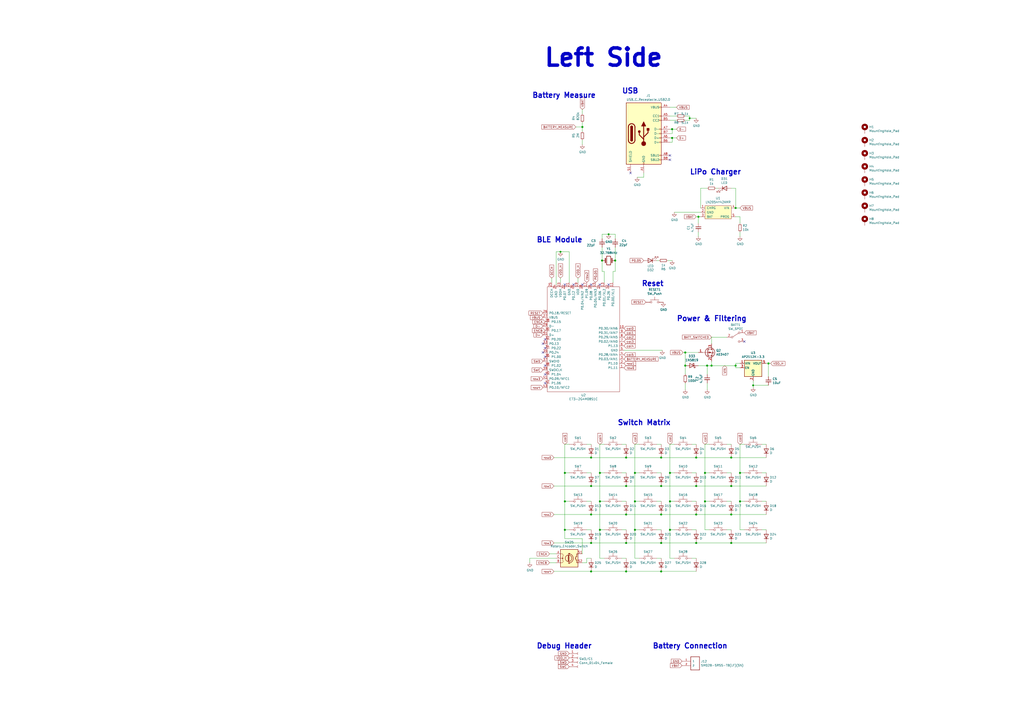
<source format=kicad_sch>
(kicad_sch (version 20201015) (generator eeschema)
  (paper "A2")
  (title_block (title "BlueSof") (date "2020-12-12") (rev "R1"))
  (junction (at 325.12 146.05) (diameter 0.9144))
  (junction (at 327.66 274.32) (diameter 1.016))
  (junction (at 327.66 290.83) (diameter 1.016))
  (junction (at 327.66 307.34) (diameter 1.016))
  (junction (at 337.82 73.66) (diameter 1.016))
  (junction (at 342.9 265.43) (diameter 1.016))
  (junction (at 342.9 281.94) (diameter 1.016))
  (junction (at 342.9 298.45) (diameter 1.016))
  (junction (at 342.9 314.96) (diameter 1.016))
  (junction (at 342.9 331.47) (diameter 1.016))
  (junction (at 347.98 274.32) (diameter 1.016))
  (junction (at 347.98 290.83) (diameter 1.016))
  (junction (at 347.98 307.34) (diameter 1.016))
  (junction (at 349.25 151.13) (diameter 1.016))
  (junction (at 353.06 135.89) (diameter 0.9144))
  (junction (at 356.87 151.13) (diameter 1.016))
  (junction (at 363.22 265.43) (diameter 1.016))
  (junction (at 363.22 281.94) (diameter 1.016))
  (junction (at 363.22 298.45) (diameter 1.016))
  (junction (at 363.22 314.96) (diameter 1.016))
  (junction (at 363.22 331.47) (diameter 1.016))
  (junction (at 368.3 274.32) (diameter 1.016))
  (junction (at 368.3 290.83) (diameter 1.016))
  (junction (at 368.3 307.34) (diameter 1.016))
  (junction (at 383.54 265.43) (diameter 1.016))
  (junction (at 383.54 281.94) (diameter 1.016))
  (junction (at 383.54 298.45) (diameter 1.016))
  (junction (at 383.54 314.96) (diameter 1.016))
  (junction (at 383.54 331.47) (diameter 1.016))
  (junction (at 388.62 274.32) (diameter 1.016))
  (junction (at 388.62 290.83) (diameter 1.016))
  (junction (at 388.62 307.34) (diameter 1.016))
  (junction (at 389.89 74.93) (diameter 1.016))
  (junction (at 389.89 80.01) (diameter 1.016))
  (junction (at 397.51 204.47) (diameter 1.016))
  (junction (at 397.51 212.09) (diameter 1.016))
  (junction (at 400.05 68.58) (diameter 0.9144))
  (junction (at 403.86 265.43) (diameter 1.016))
  (junction (at 403.86 281.94) (diameter 1.016))
  (junction (at 403.86 298.45) (diameter 1.016))
  (junction (at 403.86 314.96) (diameter 1.016))
  (junction (at 405.13 125.73) (diameter 1.016))
  (junction (at 408.94 274.32) (diameter 1.016))
  (junction (at 408.94 290.83) (diameter 1.016))
  (junction (at 410.21 212.09) (diameter 1.016))
  (junction (at 412.75 212.09) (diameter 1.016))
  (junction (at 424.18 265.43) (diameter 1.016))
  (junction (at 424.18 281.94) (diameter 1.016))
  (junction (at 424.18 298.45) (diameter 1.016))
  (junction (at 424.18 314.96) (diameter 1.016))
  (junction (at 426.72 120.65) (diameter 1.016))
  (junction (at 426.72 212.09) (diameter 1.016))
  (junction (at 429.26 274.32) (diameter 1.016))
  (junction (at 429.26 290.83) (diameter 1.016))
  (junction (at 436.88 223.52) (diameter 0.9144))
  (junction (at 445.77 210.82) (diameter 1.016))
  (no_connect (at 314.96 199.39))
  (no_connect (at 314.96 204.47))
  (no_connect (at 316.23 196.85))
  (no_connect (at 316.23 201.93))
  (no_connect (at 316.23 207.01))
  (no_connect (at 316.23 212.09))
  (no_connect (at 316.23 217.17))
  (no_connect (at 316.23 222.25))
  (no_connect (at 327.66 165.1))
  (no_connect (at 332.74 165.1))
  (no_connect (at 337.82 165.1))
  (no_connect (at 342.9 165.1))
  (no_connect (at 347.98 165.1))
  (no_connect (at 353.06 165.1))
  (no_connect (at 365.76 100.33))
  (no_connect (at 388.62 90.17))
  (no_connect (at 388.62 92.71))
  (no_connect (at 431.8 198.12))
  (wire (pts (xy 307.34 323.85) (xy 307.34 326.39)))
  (wire (pts (xy 318.77 321.31) (xy 322.58 321.31)))
  (wire (pts (xy 318.77 326.39) (xy 322.58 326.39)))
  (wire (pts (xy 320.04 163.83) (xy 320.04 161.29)))
  (wire (pts (xy 321.31 331.47) (xy 342.9 331.47)))
  (wire (pts (xy 322.58 146.05) (xy 325.12 146.05)))
  (wire (pts (xy 322.58 165.1) (xy 322.58 146.05)))
  (wire (pts (xy 322.58 323.85) (xy 307.34 323.85)))
  (wire (pts (xy 325.12 146.05) (xy 330.2 146.05)))
  (wire (pts (xy 325.12 163.83) (xy 325.12 161.29)))
  (wire (pts (xy 327.66 257.81) (xy 327.66 274.32)))
  (wire (pts (xy 327.66 257.81) (xy 330.2 257.81)))
  (wire (pts (xy 327.66 274.32) (xy 327.66 290.83)))
  (wire (pts (xy 327.66 274.32) (xy 330.2 274.32)))
  (wire (pts (xy 327.66 290.83) (xy 327.66 307.34)))
  (wire (pts (xy 327.66 290.83) (xy 330.2 290.83)))
  (wire (pts (xy 327.66 307.34) (xy 327.66 312.42)))
  (wire (pts (xy 327.66 307.34) (xy 330.2 307.34)))
  (wire (pts (xy 327.66 312.42) (xy 337.82 312.42)))
  (wire (pts (xy 330.2 163.83) (xy 330.2 146.05)))
  (wire (pts (xy 334.01 73.66) (xy 337.82 73.66)))
  (wire (pts (xy 335.28 163.83) (xy 335.28 161.29)))
  (wire (pts (xy 337.82 63.5) (xy 337.82 66.04)))
  (wire (pts (xy 337.82 71.12) (xy 337.82 73.66)))
  (wire (pts (xy 337.82 73.66) (xy 337.82 76.2)))
  (wire (pts (xy 337.82 81.28) (xy 337.82 83.82)))
  (wire (pts (xy 337.82 312.42) (xy 337.82 321.31)))
  (wire (pts (xy 337.82 326.39) (xy 340.36 326.39)))
  (wire (pts (xy 340.36 257.81) (xy 342.9 257.81)))
  (wire (pts (xy 340.36 274.32) (xy 342.9 274.32)))
  (wire (pts (xy 340.36 290.83) (xy 342.9 290.83)))
  (wire (pts (xy 340.36 307.34) (xy 342.9 307.34)))
  (wire (pts (xy 340.36 323.85) (xy 342.9 323.85)))
  (wire (pts (xy 340.36 326.39) (xy 340.36 323.85)))
  (wire (pts (xy 342.9 265.43) (xy 321.31 265.43)))
  (wire (pts (xy 342.9 281.94) (xy 321.31 281.94)))
  (wire (pts (xy 342.9 298.45) (xy 321.31 298.45)))
  (wire (pts (xy 342.9 314.96) (xy 321.31 314.96)))
  (wire (pts (xy 342.9 331.47) (xy 363.22 331.47)))
  (wire (pts (xy 347.98 257.81) (xy 347.98 274.32)))
  (wire (pts (xy 347.98 257.81) (xy 350.52 257.81)))
  (wire (pts (xy 347.98 274.32) (xy 347.98 290.83)))
  (wire (pts (xy 347.98 274.32) (xy 350.52 274.32)))
  (wire (pts (xy 347.98 290.83) (xy 347.98 307.34)))
  (wire (pts (xy 347.98 290.83) (xy 350.52 290.83)))
  (wire (pts (xy 347.98 307.34) (xy 347.98 323.85)))
  (wire (pts (xy 347.98 307.34) (xy 350.52 307.34)))
  (wire (pts (xy 347.98 323.85) (xy 350.52 323.85)))
  (wire (pts (xy 349.25 135.89) (xy 353.06 135.89)))
  (wire (pts (xy 349.25 138.43) (xy 349.25 135.89)))
  (wire (pts (xy 349.25 151.13) (xy 349.25 143.51)))
  (wire (pts (xy 349.25 157.48) (xy 349.25 151.13)))
  (wire (pts (xy 350.52 157.48) (xy 349.25 157.48)))
  (wire (pts (xy 350.52 163.83) (xy 350.52 157.48)))
  (wire (pts (xy 353.06 135.89) (xy 356.87 135.89)))
  (wire (pts (xy 355.6 157.48) (xy 356.87 157.48)))
  (wire (pts (xy 355.6 163.83) (xy 355.6 157.48)))
  (wire (pts (xy 356.87 135.89) (xy 356.87 138.43)))
  (wire (pts (xy 356.87 143.51) (xy 356.87 151.13)))
  (wire (pts (xy 356.87 157.48) (xy 356.87 151.13)))
  (wire (pts (xy 360.68 257.81) (xy 363.22 257.81)))
  (wire (pts (xy 360.68 274.32) (xy 363.22 274.32)))
  (wire (pts (xy 360.68 290.83) (xy 363.22 290.83)))
  (wire (pts (xy 360.68 307.34) (xy 363.22 307.34)))
  (wire (pts (xy 360.68 323.85) (xy 363.22 323.85)))
  (wire (pts (xy 361.95 203.2) (xy 384.175 203.2)))
  (wire (pts (xy 363.22 265.43) (xy 342.9 265.43)))
  (wire (pts (xy 363.22 265.43) (xy 383.54 265.43)))
  (wire (pts (xy 363.22 281.94) (xy 342.9 281.94)))
  (wire (pts (xy 363.22 281.94) (xy 383.54 281.94)))
  (wire (pts (xy 363.22 298.45) (xy 342.9 298.45)))
  (wire (pts (xy 363.22 298.45) (xy 383.54 298.45)))
  (wire (pts (xy 363.22 314.96) (xy 342.9 314.96)))
  (wire (pts (xy 363.22 314.96) (xy 383.54 314.96)))
  (wire (pts (xy 363.22 331.47) (xy 383.54 331.47)))
  (wire (pts (xy 368.3 257.81) (xy 368.3 274.32)))
  (wire (pts (xy 368.3 257.81) (xy 370.84 257.81)))
  (wire (pts (xy 368.3 274.32) (xy 368.3 290.83)))
  (wire (pts (xy 368.3 274.32) (xy 370.84 274.32)))
  (wire (pts (xy 368.3 290.83) (xy 368.3 307.34)))
  (wire (pts (xy 368.3 290.83) (xy 370.84 290.83)))
  (wire (pts (xy 368.3 307.34) (xy 368.3 323.85)))
  (wire (pts (xy 368.3 307.34) (xy 370.84 307.34)))
  (wire (pts (xy 368.3 323.85) (xy 370.84 323.85)))
  (wire (pts (xy 369.57 102.87) (xy 373.38 102.87)))
  (wire (pts (xy 373.38 102.87) (xy 373.38 100.33)))
  (wire (pts (xy 381 151.13) (xy 382.27 151.13)))
  (wire (pts (xy 381 257.81) (xy 383.54 257.81)))
  (wire (pts (xy 381 274.32) (xy 383.54 274.32)))
  (wire (pts (xy 381 290.83) (xy 383.54 290.83)))
  (wire (pts (xy 381 307.34) (xy 383.54 307.34)))
  (wire (pts (xy 381 323.85) (xy 383.54 323.85)))
  (wire (pts (xy 383.54 265.43) (xy 403.86 265.43)))
  (wire (pts (xy 383.54 281.94) (xy 403.86 281.94)))
  (wire (pts (xy 383.54 298.45) (xy 403.86 298.45)))
  (wire (pts (xy 383.54 314.96) (xy 403.86 314.96)))
  (wire (pts (xy 383.54 331.47) (xy 403.86 331.47)))
  (wire (pts (xy 387.35 151.13) (xy 389.89 151.13)))
  (wire (pts (xy 388.62 74.93) (xy 389.89 74.93)))
  (wire (pts (xy 388.62 77.47) (xy 389.89 77.47)))
  (wire (pts (xy 388.62 80.01) (xy 389.89 80.01)))
  (wire (pts (xy 388.62 82.55) (xy 389.89 82.55)))
  (wire (pts (xy 388.62 257.81) (xy 388.62 274.32)))
  (wire (pts (xy 388.62 257.81) (xy 391.16 257.81)))
  (wire (pts (xy 388.62 274.32) (xy 388.62 290.83)))
  (wire (pts (xy 388.62 274.32) (xy 391.16 274.32)))
  (wire (pts (xy 388.62 290.83) (xy 388.62 307.34)))
  (wire (pts (xy 388.62 290.83) (xy 391.16 290.83)))
  (wire (pts (xy 388.62 307.34) (xy 388.62 323.85)))
  (wire (pts (xy 388.62 307.34) (xy 391.16 307.34)))
  (wire (pts (xy 388.62 323.85) (xy 391.16 323.85)))
  (wire (pts (xy 389.89 74.93) (xy 392.43 74.93)))
  (wire (pts (xy 389.89 77.47) (xy 389.89 74.93)))
  (wire (pts (xy 389.89 80.01) (xy 392.43 80.01)))
  (wire (pts (xy 389.89 82.55) (xy 389.89 80.01)))
  (wire (pts (xy 391.16 123.19) (xy 406.4 123.19)))
  (wire (pts (xy 392.43 62.23) (xy 388.62 62.23)))
  (wire (pts (xy 392.43 67.31) (xy 388.62 67.31)))
  (wire (pts (xy 392.43 69.85) (xy 388.62 69.85)))
  (wire (pts (xy 396.24 204.47) (xy 397.51 204.47)))
  (wire (pts (xy 397.51 67.31) (xy 400.05 67.31)))
  (wire (pts (xy 397.51 69.85) (xy 400.05 69.85)))
  (wire (pts (xy 397.51 204.47) (xy 397.51 212.09)))
  (wire (pts (xy 397.51 204.47) (xy 405.13 204.47)))
  (wire (pts (xy 397.51 217.17) (xy 397.51 212.09)))
  (wire (pts (xy 397.51 222.25) (xy 397.51 226.06)))
  (wire (pts (xy 400.05 67.31) (xy 400.05 68.58)))
  (wire (pts (xy 400.05 68.58) (xy 403.86 68.58)))
  (wire (pts (xy 400.05 69.85) (xy 400.05 68.58)))
  (wire (pts (xy 401.32 257.81) (xy 403.86 257.81)))
  (wire (pts (xy 401.32 274.32) (xy 403.86 274.32)))
  (wire (pts (xy 401.32 290.83) (xy 403.86 290.83)))
  (wire (pts (xy 401.32 307.34) (xy 403.86 307.34)))
  (wire (pts (xy 401.32 323.85) (xy 403.86 323.85)))
  (wire (pts (xy 403.86 281.94) (xy 424.18 281.94)))
  (wire (pts (xy 403.86 298.45) (xy 424.18 298.45)))
  (wire (pts (xy 403.86 314.96) (xy 424.18 314.96)))
  (wire (pts (xy 405.13 125.73) (xy 403.86 125.73)))
  (wire (pts (xy 405.13 125.73) (xy 405.13 129.54)))
  (wire (pts (xy 405.13 134.62) (xy 405.13 137.16)))
  (wire (pts (xy 405.13 212.09) (xy 410.21 212.09)))
  (wire (pts (xy 406.4 109.22) (xy 406.4 120.65)))
  (wire (pts (xy 406.4 125.73) (xy 405.13 125.73)))
  (wire (pts (xy 408.94 257.81) (xy 408.94 274.32)))
  (wire (pts (xy 408.94 257.81) (xy 411.48 257.81)))
  (wire (pts (xy 408.94 274.32) (xy 408.94 290.83)))
  (wire (pts (xy 408.94 274.32) (xy 411.48 274.32)))
  (wire (pts (xy 408.94 290.83) (xy 408.94 307.34)))
  (wire (pts (xy 408.94 290.83) (xy 411.48 290.83)))
  (wire (pts (xy 408.94 307.34) (xy 411.48 307.34)))
  (wire (pts (xy 410.21 109.22) (xy 406.4 109.22)))
  (wire (pts (xy 410.21 212.09) (xy 412.75 212.09)))
  (wire (pts (xy 410.21 217.17) (xy 410.21 212.09)))
  (wire (pts (xy 410.21 222.25) (xy 410.21 226.06)))
  (wire (pts (xy 412.75 195.58) (xy 412.75 199.39)))
  (wire (pts (xy 412.75 209.55) (xy 412.75 212.09)))
  (wire (pts (xy 412.75 212.09) (xy 426.72 212.09)))
  (wire (pts (xy 416.56 109.22) (xy 415.29 109.22)))
  (wire (pts (xy 421.64 195.58) (xy 412.75 195.58)))
  (wire (pts (xy 421.64 257.81) (xy 424.18 257.81)))
  (wire (pts (xy 421.64 274.32) (xy 424.18 274.32)))
  (wire (pts (xy 421.64 290.83) (xy 424.18 290.83)))
  (wire (pts (xy 421.64 307.34) (xy 424.18 307.34)))
  (wire (pts (xy 424.18 265.43) (xy 403.86 265.43)))
  (wire (pts (xy 424.18 265.43) (xy 444.5 265.43)))
  (wire (pts (xy 424.18 281.94) (xy 444.5 281.94)))
  (wire (pts (xy 424.18 298.45) (xy 444.5 298.45)))
  (wire (pts (xy 424.18 314.96) (xy 444.5 314.96)))
  (wire (pts (xy 426.72 109.22) (xy 424.18 109.22)))
  (wire (pts (xy 426.72 120.65) (xy 426.72 109.22)))
  (wire (pts (xy 426.72 125.73) (xy 429.26 125.73)))
  (wire (pts (xy 426.72 210.82) (xy 429.26 210.82)))
  (wire (pts (xy 426.72 212.09) (xy 426.72 210.82)))
  (wire (pts (xy 426.72 213.36) (xy 426.72 212.09)))
  (wire (pts (xy 426.72 213.36) (xy 429.26 213.36)))
  (wire (pts (xy 429.26 120.65) (xy 426.72 120.65)))
  (wire (pts (xy 429.26 125.73) (xy 429.26 129.54)))
  (wire (pts (xy 429.26 134.62) (xy 429.26 137.16)))
  (wire (pts (xy 429.26 257.81) (xy 429.26 274.32)))
  (wire (pts (xy 429.26 257.81) (xy 431.8 257.81)))
  (wire (pts (xy 429.26 274.32) (xy 429.26 290.83)))
  (wire (pts (xy 429.26 274.32) (xy 431.8 274.32)))
  (wire (pts (xy 429.26 290.83) (xy 429.26 307.34)))
  (wire (pts (xy 429.26 290.83) (xy 431.8 290.83)))
  (wire (pts (xy 429.26 307.34) (xy 431.8 307.34)))
  (wire (pts (xy 436.88 220.98) (xy 436.88 223.52)))
  (wire (pts (xy 436.88 223.52) (xy 436.88 224.79)))
  (wire (pts (xy 441.96 257.81) (xy 444.5 257.81)))
  (wire (pts (xy 441.96 274.32) (xy 444.5 274.32)))
  (wire (pts (xy 441.96 290.83) (xy 444.5 290.83)))
  (wire (pts (xy 441.96 307.34) (xy 444.5 307.34)))
  (wire (pts (xy 444.5 210.82) (xy 445.77 210.82)))
  (wire (pts (xy 445.77 210.82) (xy 447.04 210.82)))
  (wire (pts (xy 445.77 218.44) (xy 445.77 210.82)))
  (wire (pts (xy 445.77 223.52) (xy 436.88 223.52)))
  (text "Battery Measure" (at 308.61 57.15 0) (effects (font (size 2.9972 2.9972) (thickness 0.5994) bold) (justify left bottom)))
  (text "BLE Module" (at 311.15 140.97 0) (effects (font (size 2.9972 2.9972) (thickness 0.5994) bold) (justify left bottom)))
  (text "Debug Header" (at 311.15 376.555 0) (effects (font (size 2.9972 2.9972) (thickness 0.5994) bold) (justify left bottom)))
  (text "Left Side" (at 314.96 39.37 0) (effects (font (size 10.008 10.008) (thickness 2.0016) bold) (justify left bottom)))
  (text "Switch Matrix" (at 358.14 247.015 0) (effects (font (size 2.9972 2.9972) (thickness 0.5994) bold) (justify left bottom)))
  (text "USB" (at 360.68 54.61 0) (effects (font (size 2.9972 2.9972) (thickness 0.5994) bold) (justify left bottom)))
  (text "Reset" (at 372.11 166.37 0) (effects (font (size 2.9972 2.9972) (thickness 0.5994) bold) (justify left bottom)))
  (text "Battery Connection" (at 378.46 376.555 0) (effects (font (size 2.9972 2.9972) (thickness 0.5994) bold) (justify left bottom)))
  (text "Power & Filtering" (at 392.43 186.69 0) (effects (font (size 2.9972 2.9972) (thickness 0.5994) bold) (justify left bottom)))
  (text "LiPo Charger" (at 400.05 101.6 0) (effects (font (size 2.9972 2.9972) (thickness 0.5994) bold) (justify left bottom)))
  (global_label "RESET" (shape input) (at 314.96 181.61 180) (property "Intersheet References" "${INTERSHEET_REFS}" (effects hide)))
  (global_label "VBUS" (shape input) (at 314.96 184.15 180) (property "Intersheet References" "${INTERSHEET_REFS}" (effects hide)))
  (global_label "D-" (shape input) (at 314.96 189.23 180) (property "Intersheet References" "${INTERSHEET_REFS}" (effects hide)))
  (global_label "D+" (shape input) (at 314.96 194.31 180) (property "Intersheet References" "${INTERSHEET_REFS}" (effects hide)))
  (global_label "SWD" (shape input) (at 314.96 209.55 180) (property "Intersheet References" "${INTERSHEET_REFS}" (effects hide)))
  (global_label "SWC" (shape input) (at 314.96 214.63 180) (property "Intersheet References" "${INTERSHEET_REFS}" (effects hide)))
  (global_label "row3" (shape input) (at 314.96 219.71 180) (property "Intersheet References" "${INTERSHEET_REFS}" (effects hide)))
  (global_label "row4" (shape input) (at 314.96 224.79 180) (property "Intersheet References" "${INTERSHEET_REFS}" (effects hide)))
  (global_label "ENCA" (shape input) (at 316.23 186.69 180) (property "Intersheet References" "${INTERSHEET_REFS}" (effects hide)))
  (global_label "ENCB" (shape input) (at 316.23 191.77 180) (property "Intersheet References" "${INTERSHEET_REFS}" (effects hide)))
  (global_label "ENCA" (shape input) (at 318.77 321.31 180) (property "Intersheet References" "${INTERSHEET_REFS}" (effects hide)))
  (global_label "ENCB" (shape input) (at 318.77 326.39 180) (property "Intersheet References" "${INTERSHEET_REFS}" (effects hide)))
  (global_label "DCCH" (shape input) (at 320.04 161.29 90) (property "Intersheet References" "${INTERSHEET_REFS}" (effects hide)))
  (global_label "row0" (shape input) (at 321.31 265.43 180) (property "Intersheet References" "${INTERSHEET_REFS}" (effects hide)))
  (global_label "row1" (shape input) (at 321.31 281.94 180) (property "Intersheet References" "${INTERSHEET_REFS}" (effects hide)))
  (global_label "row2" (shape input) (at 321.31 298.45 180) (property "Intersheet References" "${INTERSHEET_REFS}" (effects hide)))
  (global_label "row3" (shape input) (at 321.31 314.96 180) (property "Intersheet References" "${INTERSHEET_REFS}" (effects hide)))
  (global_label "row4" (shape input) (at 321.31 331.47 180) (property "Intersheet References" "${INTERSHEET_REFS}" (effects hide)))
  (global_label "VDD_H" (shape input) (at 325.12 161.29 90) (property "Intersheet References" "${INTERSHEET_REFS}" (effects hide)))
  (global_label "col5" (shape input) (at 327.66 257.81 90) (property "Intersheet References" "${INTERSHEET_REFS}" (effects hide)))
  (global_label "GND" (shape input) (at 330.2 379.095 180) (property "Intersheet References" "${INTERSHEET_REFS}" (effects hide)))
  (global_label "VDD_H" (shape input) (at 330.2 381.635 180) (property "Intersheet References" "${INTERSHEET_REFS}" (effects hide)))
  (global_label "SWD" (shape input) (at 330.2 384.175 180) (property "Intersheet References" "${INTERSHEET_REFS}" (effects hide)))
  (global_label "SWC" (shape input) (at 330.2 386.715 180) (property "Intersheet References" "${INTERSHEET_REFS}" (effects hide)))
  (global_label "BATTERY_MEASURE" (shape input) (at 334.01 73.66 180) (property "Intersheet References" "${INTERSHEET_REFS}" (effects hide)))
  (global_label "VDD_H" (shape input) (at 335.28 161.29 90) (property "Intersheet References" "${INTERSHEET_REFS}" (effects hide)))
  (global_label "VBAT" (shape input) (at 337.82 63.5 90) (property "Intersheet References" "${INTERSHEET_REFS}" (effects hide)))
  (global_label "row2" (shape input) (at 340.36 163.83 90) (property "Intersheet References" "${INTERSHEET_REFS}" (effects hide)))
  (global_label "P0.05" (shape input) (at 345.44 163.83 90) (property "Intersheet References" "${INTERSHEET_REFS}" (effects hide)))
  (global_label "col4" (shape input) (at 347.98 257.81 90) (property "Intersheet References" "${INTERSHEET_REFS}" (effects hide)))
  (global_label "col0" (shape input) (at 361.95 190.5 0) (property "Intersheet References" "${INTERSHEET_REFS}" (effects hide)))
  (global_label "col1" (shape input) (at 361.95 193.04 0) (property "Intersheet References" "${INTERSHEET_REFS}" (effects hide)))
  (global_label "col2" (shape input) (at 361.95 195.58 0) (property "Intersheet References" "${INTERSHEET_REFS}" (effects hide)))
  (global_label "col3" (shape input) (at 361.95 198.12 0) (property "Intersheet References" "${INTERSHEET_REFS}" (effects hide)))
  (global_label "col4" (shape input) (at 361.95 200.66 0) (property "Intersheet References" "${INTERSHEET_REFS}" (effects hide)))
  (global_label "col5" (shape input) (at 361.95 205.74 0) (property "Intersheet References" "${INTERSHEET_REFS}" (effects hide)))
  (global_label "BATTERY_MEASURE" (shape input) (at 361.95 208.28 0) (property "Intersheet References" "${INTERSHEET_REFS}" (effects hide)))
  (global_label "row1" (shape input) (at 361.95 210.82 0) (property "Intersheet References" "${INTERSHEET_REFS}" (effects hide)))
  (global_label "row0" (shape input) (at 361.95 213.36 0) (property "Intersheet References" "${INTERSHEET_REFS}" (effects hide)))
  (global_label "col3" (shape input) (at 368.3 257.81 90) (property "Intersheet References" "${INTERSHEET_REFS}" (effects hide)))
  (global_label "P0.05" (shape input) (at 373.38 151.13 180) (property "Intersheet References" "${INTERSHEET_REFS}" (effects hide)))
  (global_label "RESET" (shape input) (at 374.65 175.26 180) (property "Intersheet References" "${INTERSHEET_REFS}" (effects hide)))
  (global_label "col2" (shape input) (at 388.62 257.81 90) (property "Intersheet References" "${INTERSHEET_REFS}" (effects hide)))
  (global_label "VBUS" (shape input) (at 392.43 62.23 0) (property "Intersheet References" "${INTERSHEET_REFS}" (effects hide)))
  (global_label "D-" (shape input) (at 392.43 74.93 0) (property "Intersheet References" "${INTERSHEET_REFS}" (effects hide)))
  (global_label "D+" (shape input) (at 392.43 80.01 0) (property "Intersheet References" "${INTERSHEET_REFS}" (effects hide)))
  (global_label "GND" (shape input) (at 395.605 383.54 180) (property "Intersheet References" "${INTERSHEET_REFS}" (effects hide)))
  (global_label "VBAT" (shape input) (at 395.605 386.08 180) (property "Intersheet References" "${INTERSHEET_REFS}" (effects hide)))
  (global_label "VBUS" (shape input) (at 396.24 204.47 180) (property "Intersheet References" "${INTERSHEET_REFS}" (effects hide)))
  (global_label "VBAT" (shape input) (at 403.86 125.73 180) (property "Intersheet References" "${INTERSHEET_REFS}" (effects hide)))
  (global_label "col1" (shape input) (at 408.94 257.81 90) (property "Intersheet References" "${INTERSHEET_REFS}" (effects hide)))
  (global_label "BATT_SWITCHED" (shape input) (at 412.75 195.58 180) (property "Intersheet References" "${INTERSHEET_REFS}" (effects hide)))
  (global_label "VIN" (shape input) (at 420.37 212.09 270) (property "Intersheet References" "${INTERSHEET_REFS}" (effects hide)))
  (global_label "VBUS" (shape input) (at 429.26 120.65 0) (property "Intersheet References" "${INTERSHEET_REFS}" (effects hide)))
  (global_label "col0" (shape input) (at 429.26 257.81 90) (property "Intersheet References" "${INTERSHEET_REFS}" (effects hide)))
  (global_label "VBAT" (shape input) (at 431.8 193.04 0) (property "Intersheet References" "${INTERSHEET_REFS}" (effects hide)))
  (global_label "VDD_H" (shape input) (at 447.04 210.82 0) (property "Intersheet References" "${INTERSHEET_REFS}" (effects hide)))
  (symbol (lib_id "power:GND") (at 307.34 326.39 0) (unit 1)
    (property "Reference" "#PWR0103" (effects hide))
    (property "Value" "GND" (at 307.467 330.7842 0))
  )
  (symbol (lib_id "power:GND") (at 325.12 146.05 0) (unit 1)
    (property "Reference" "#PWR0102" (effects hide))
    (property "Value" "GND" (at 325.247 150.4442 0))
  )
  (symbol (lib_id "power:GND") (at 337.82 83.82 0) (unit 1)
    (property "Reference" "#PWR0108" (effects hide))
    (property "Value" "GND" (at 337.947 88.2142 0))
  )
  (symbol (lib_id "power:GND") (at 353.06 135.89 0) (unit 1)
    (property "Reference" "#PWR0116" (effects hide))
    (property "Value" "GND" (at 353.187 140.2842 0))
  )
  (symbol (lib_id "power:GND") (at 369.57 102.87 0) (unit 1)
    (property "Reference" "#PWR0101" (effects hide))
    (property "Value" "GND" (at 369.697 107.2642 0))
  )
  (symbol (lib_id "power:GND") (at 384.175 203.2 0) (unit 1)
    (property "Reference" "#PWR0115" (effects hide))
    (property "Value" "GND" (at 384.302 207.5942 0))
  )
  (symbol (lib_id "power:GND") (at 384.81 175.26 0) (unit 1)
    (property "Reference" "#PWR0114" (effects hide))
    (property "Value" "GND" (at 384.937 179.6542 0))
  )
  (symbol (lib_id "power:GND") (at 389.89 151.13 0) (unit 1)
    (property "Reference" "#PWR0113" (effects hide))
    (property "Value" "GND" (at 390.017 155.5242 0))
  )
  (symbol (lib_id "power:GND") (at 391.16 123.19 0) (unit 1)
    (property "Reference" "#PWR0104" (effects hide))
    (property "Value" "GND" (at 391.287 127.5842 0))
  )
  (symbol (lib_id "power:GND") (at 397.51 226.06 0) (unit 1)
    (property "Reference" "#PWR0111" (effects hide))
    (property "Value" "GND" (at 397.637 230.4542 0))
  )
  (symbol (lib_id "power:GND") (at 403.86 68.58 0) (unit 1)
    (property "Reference" "#PWR0109" (effects hide))
    (property "Value" "GND" (at 403.987 72.9742 0))
  )
  (symbol (lib_id "power:GND") (at 405.13 137.16 0) (unit 1)
    (property "Reference" "#PWR0105" (effects hide))
    (property "Value" "GND" (at 405.257 141.5542 0))
  )
  (symbol (lib_id "power:GND") (at 410.21 226.06 0) (unit 1)
    (property "Reference" "#PWR0112" (effects hide))
    (property "Value" "GND" (at 410.337 230.4542 0))
  )
  (symbol (lib_id "power:GND") (at 429.26 137.16 0) (unit 1)
    (property "Reference" "#PWR0106" (effects hide))
    (property "Value" "GND" (at 429.387 141.5542 0))
  )
  (symbol (lib_id "power:GND") (at 436.88 224.79 0) (unit 1)
    (property "Reference" "#PWR0110" (effects hide))
    (property "Value" "GND" (at 437.007 229.1842 0))
  )
  (symbol (lib_id "Device:R_Small") (at 337.82 68.58 0) (unit 1)
    (property "Reference" "R4" (at 332.74 69.85 90) (effects (justify left)))
    (property "Value" "820k" (at 335.28 69.85 90) (effects (justify left)))
    (property "Footprint" "Resistor_SMD:R_0603_1608Metric_Pad0.98x0.95mm_HandSolder" (effects hide))
    (property "LCSC_PN" "C23252" (effects hide))
  )
  (symbol (lib_id "Device:R_Small") (at 337.82 78.74 0) (unit 1)
    (property "Reference" "R5" (at 332.74 80.01 90) (effects (justify left)))
    (property "Value" "2M" (at 335.28 80.01 90) (effects (justify left)))
    (property "Footprint" "Resistor_SMD:R_0603_1608Metric_Pad0.98x0.95mm_HandSolder" (effects hide))
    (property "LCSC_PN" "C177282" (effects hide))
  )
  (symbol (lib_id "Device:R_Small") (at 384.81 151.13 90) (unit 1)
    (property "Reference" "R6" (at 384.81 156.1084 90))
    (property "Value" "1k" (at 384.81 153.797 90))
    (property "Footprint" "Resistor_SMD:R_0603_1608Metric_Pad0.98x0.95mm_HandSolder" (effects hide))
    (property "LCSC_PN" "C22548" (effects hide))
  )
  (symbol (lib_id "Device:R_Small") (at 394.97 67.31 90) (unit 1)
    (property "Reference" "R7" (at 393.7 66.04 90) (effects (justify left)))
    (property "Value" "5.1k" (at 399.415 66.04 90) (effects (justify left)))
    (property "Footprint" "Resistor_SMD:R_0603_1608Metric_Pad0.98x0.95mm_HandSolder" (effects hide))
    (property "LCSC_PN" "C105580" (effects hide))
  )
  (symbol (lib_id "Device:R_Small") (at 394.97 69.85 90) (unit 1)
    (property "Reference" "R8" (at 393.7 71.12 90) (effects (justify left)))
    (property "Value" "5.1k" (at 399.415 71.12 90) (effects (justify left)))
    (property "Footprint" "Resistor_SMD:R_0603_1608Metric_Pad0.98x0.95mm_HandSolder" (effects hide))
    (property "LCSC_PN" "C105580" (effects hide))
  )
  (symbol (lib_id "Device:R_Small") (at 397.51 219.71 0) (unit 1)
    (property "Reference" "R9" (at 399.0086 218.5416 0) (effects (justify left)))
    (property "Value" "100k" (at 399.0086 220.853 0) (effects (justify left)))
    (property "Footprint" "Resistor_SMD:R_0603_1608Metric_Pad0.98x0.95mm_HandSolder" (effects hide))
    (property "LCSC_PN" "C14675" (effects hide))
  )
  (symbol (lib_id "Device:R_Small") (at 412.75 109.22 270) (unit 1)
    (property "Reference" "R1" (at 412.75 104.2416 90))
    (property "Value" "1k" (at 412.75 106.553 90))
    (property "Footprint" "Resistor_SMD:R_0603_1608Metric_Pad0.98x0.95mm_HandSolder" (effects hide))
    (property "LCSC_PN" "C22548" (effects hide))
  )
  (symbol (lib_id "Device:R_Small") (at 429.26 132.08 0) (unit 1)
    (property "Reference" "R2" (at 430.7586 130.9116 0) (effects (justify left)))
    (property "Value" "10k" (at 430.7586 133.223 0) (effects (justify left)))
    (property "Footprint" "Resistor_SMD:R_0603_1608Metric_Pad0.98x0.95mm_HandSolder" (effects hide))
    (property "LCSC_PN" "C98220" (effects hide))
  )
  (symbol (lib_id "Device:C_Small") (at 349.25 140.97 0) (unit 1)
    (property "Reference" "C3" (at 342.9 139.7 0) (effects (justify left)))
    (property "Value" "22pF" (at 340.36 142.24 0) (effects (justify left)))
    (property "Footprint" "Capacitor_SMD:C_0603_1608Metric_Pad1.08x0.95mm_HandSolder" (effects hide))
    (property "LCSC_PN" "C1653" (effects hide))
  )
  (symbol (lib_id "Device:C_Small") (at 356.87 140.97 0) (unit 1)
    (property "Reference" "C4" (at 360.68 139.7 0) (effects (justify left)))
    (property "Value" "22pF" (at 359.2068 142.113 0) (effects (justify left)))
    (property "Footprint" "Capacitor_SMD:C_0603_1608Metric_Pad1.08x0.95mm_HandSolder" (effects hide))
    (property "LCSC_PN" "C1653" (effects hide))
  )
  (symbol (lib_id "Device:C_Small") (at 405.13 132.08 0) (unit 1)
    (property "Reference" "C1" (at 399.3134 132.08 90))
    (property "Value" "4.7uF" (at 401.6248 132.08 90))
    (property "Footprint" "Capacitor_SMD:C_0603_1608Metric_Pad1.08x0.95mm_HandSolder" (effects hide))
    (property "LCSC_PN" "C19666" (effects hide))
  )
  (symbol (lib_id "Device:C_Small") (at 410.21 219.71 0) (unit 1)
    (property "Reference" "C2" (at 404.3934 219.71 90))
    (property "Value" "4.7uF" (at 406.7048 219.71 90))
    (property "Footprint" "Capacitor_SMD:C_0603_1608Metric_Pad1.08x0.95mm_HandSolder" (effects hide))
    (property "LCSC_PN" "C19666" (effects hide))
  )
  (symbol (lib_id "Device:C_Small") (at 445.77 220.98 0) (unit 1)
    (property "Reference" "C5" (at 448.1068 219.8116 0) (effects (justify left)))
    (property "Value" "10uF" (at 448.1068 222.123 0) (effects (justify left)))
    (property "Footprint" "Capacitor_SMD:C_0603_1608Metric_Pad1.08x0.95mm_HandSolder" (effects hide))
    (property "LCSC_PN" "C87152" (effects hide))
  )
  (symbol (lib_id "Mechanical:MountingHole_Pad") (at 501.65 74.93 0) (unit 1)
    (property "Reference" "H1" (at 504.1901 73.6536 0) (effects (justify left)))
    (property "Value" "MountingHole_Pad" (at 504.1901 75.9523 0) (effects (justify left)))
    (property "Footprint" "MountingHole:MountingHole_4.3mm_M4" (effects hide))
  )
  (symbol (lib_id "Mechanical:MountingHole_Pad") (at 501.65 82.55 0) (unit 1)
    (property "Reference" "H2" (at 504.1901 81.2736 0) (effects (justify left)))
    (property "Value" "MountingHole_Pad" (at 504.1901 83.5723 0) (effects (justify left)))
    (property "Footprint" "MountingHole:MountingHole_4.3mm_M4" (effects hide))
  )
  (symbol (lib_id "Mechanical:MountingHole_Pad") (at 501.65 90.17 0) (unit 1)
    (property "Reference" "H3" (at 504.19 88.894 0) (effects (justify left)))
    (property "Value" "MountingHole_Pad" (at 504.1901 91.1923 0) (effects (justify left)))
    (property "Footprint" "MountingHole:MountingHole_4.3mm_M4" (effects hide))
  )
  (symbol (lib_id "Mechanical:MountingHole_Pad") (at 501.65 97.79 0) (unit 1)
    (property "Reference" "H4" (at 504.19 96.514 0) (effects (justify left)))
    (property "Value" "MountingHole_Pad" (at 504.1901 98.8123 0) (effects (justify left)))
    (property "Footprint" "MountingHole:MountingHole_4.3mm_M4" (effects hide))
  )
  (symbol (lib_id "Mechanical:MountingHole_Pad") (at 501.65 105.41 0) (unit 1)
    (property "Reference" "H5" (at 504.19 104.134 0) (effects (justify left)))
    (property "Value" "MountingHole_Pad" (at 504.1901 106.4323 0) (effects (justify left)))
    (property "Footprint" "MountingHole:MountingHole_4.3mm_M4" (effects hide))
  )
  (symbol (lib_id "Mechanical:MountingHole_Pad") (at 501.65 113.03 0) (unit 1)
    (property "Reference" "H6" (at 504.19 111.754 0) (effects (justify left)))
    (property "Value" "MountingHole_Pad" (at 504.1901 114.0523 0) (effects (justify left)))
    (property "Footprint" "MountingHole:MountingHole_4.3mm_M4" (effects hide))
  )
  (symbol (lib_id "Mechanical:MountingHole_Pad") (at 501.65 120.65 0) (unit 1)
    (property "Reference" "H7" (at 504.19 119.374 0) (effects (justify left)))
    (property "Value" "MountingHole_Pad" (at 504.1901 121.6723 0) (effects (justify left)))
    (property "Footprint" "MountingHole:MountingHole_4.3mm_M4" (effects hide))
  )
  (symbol (lib_id "Mechanical:MountingHole_Pad") (at 501.65 128.27 0) (unit 1)
    (property "Reference" "H8" (at 504.19 126.994 0) (effects (justify left)))
    (property "Value" "MountingHole_Pad" (at 504.1901 129.2923 0) (effects (justify left)))
    (property "Footprint" "MountingHole:MountingHole_4.3mm_M4" (effects hide))
  )
  (symbol (lib_id "Diode:1N4148") (at 342.9 261.62 90) (unit 1)
    (property "Reference" "D1" (at 344.9066 260.4516 90) (effects (justify right)))
    (property "Value" "D" (at 344.9066 262.763 90) (effects (justify right)))
    (property "Footprint" "Diode_SMD:D_SOD-123" (effects hide))
    (property "LCSC_PN" "C402213" (effects hide))
  )
  (symbol (lib_id "Diode:1N4148") (at 342.9 278.13 90) (unit 1)
    (property "Reference" "D7" (at 344.9066 276.9616 90) (effects (justify right)))
    (property "Value" "D" (at 344.9066 279.273 90) (effects (justify right)))
    (property "Footprint" "Diode_SMD:D_SOD-123" (effects hide))
    (property "LCSC_PN" "C402213" (effects hide))
  )
  (symbol (lib_id "Diode:1N4148") (at 342.9 294.64 90) (unit 1)
    (property "Reference" "D13" (at 344.9066 293.4716 90) (effects (justify right)))
    (property "Value" "D" (at 344.9066 295.783 90) (effects (justify right)))
    (property "Footprint" "Diode_SMD:D_SOD-123" (effects hide))
    (property "LCSC_PN" "C402213" (effects hide))
  )
  (symbol (lib_id "Diode:1N4148") (at 342.9 311.15 90) (unit 1)
    (property "Reference" "D19" (at 344.9066 309.9816 90) (effects (justify right)))
    (property "Value" "D" (at 344.9066 312.293 90) (effects (justify right)))
    (property "Footprint" "Diode_SMD:D_SOD-123" (effects hide))
    (property "LCSC_PN" "C402213" (effects hide))
  )
  (symbol (lib_id "Diode:1N4148") (at 342.9 327.66 90) (unit 1)
    (property "Reference" "D25" (at 344.9066 326.4916 90) (effects (justify right)))
    (property "Value" "D" (at 344.9066 328.803 90) (effects (justify right)))
    (property "Footprint" "Diode_SMD:D_SOD-123" (effects hide))
    (property "LCSC_PN" "C402213" (effects hide))
  )
  (symbol (lib_id "Diode:1N4148") (at 363.22 261.62 90) (unit 1)
    (property "Reference" "D2" (at 365.2266 260.4516 90) (effects (justify right)))
    (property "Value" "D" (at 365.2266 262.763 90) (effects (justify right)))
    (property "Footprint" "Diode_SMD:D_SOD-123" (effects hide))
    (property "LCSC_PN" "C402213" (effects hide))
  )
  (symbol (lib_id "Diode:1N4148") (at 363.22 278.13 90) (unit 1)
    (property "Reference" "D8" (at 365.2266 276.9616 90) (effects (justify right)))
    (property "Value" "D" (at 365.2266 279.273 90) (effects (justify right)))
    (property "Footprint" "Diode_SMD:D_SOD-123" (effects hide))
    (property "LCSC_PN" "C402213" (effects hide))
  )
  (symbol (lib_id "Diode:1N4148") (at 363.22 294.64 90) (unit 1)
    (property "Reference" "D14" (at 365.2266 293.4716 90) (effects (justify right)))
    (property "Value" "D" (at 365.2266 295.783 90) (effects (justify right)))
    (property "Footprint" "Diode_SMD:D_SOD-123" (effects hide))
    (property "LCSC_PN" "C402213" (effects hide))
  )
  (symbol (lib_id "Diode:1N4148") (at 363.22 311.15 90) (unit 1)
    (property "Reference" "D20" (at 365.2266 309.9816 90) (effects (justify right)))
    (property "Value" "D" (at 365.2266 312.293 90) (effects (justify right)))
    (property "Footprint" "Diode_SMD:D_SOD-123" (effects hide))
    (property "LCSC_PN" "C402213" (effects hide))
  )
  (symbol (lib_id "Diode:1N4148") (at 363.22 327.66 90) (unit 1)
    (property "Reference" "D26" (at 365.2266 326.4916 90) (effects (justify right)))
    (property "Value" "D" (at 365.2266 328.803 90) (effects (justify right)))
    (property "Footprint" "Diode_SMD:D_SOD-123" (effects hide))
    (property "LCSC_PN" "C402213" (effects hide))
  )
  (symbol (lib_id "Diode:1N4148") (at 383.54 261.62 90) (unit 1)
    (property "Reference" "D3" (at 385.5466 260.4516 90) (effects (justify right)))
    (property "Value" "D" (at 385.5466 262.763 90) (effects (justify right)))
    (property "Footprint" "Diode_SMD:D_SOD-123" (effects hide))
    (property "LCSC_PN" "C402213" (effects hide))
  )
  (symbol (lib_id "Diode:1N4148") (at 383.54 278.13 90) (unit 1)
    (property "Reference" "D9" (at 385.5466 276.9616 90) (effects (justify right)))
    (property "Value" "D" (at 385.5466 279.273 90) (effects (justify right)))
    (property "Footprint" "Diode_SMD:D_SOD-123" (effects hide))
    (property "LCSC_PN" "C402213" (effects hide))
  )
  (symbol (lib_id "Diode:1N4148") (at 383.54 294.64 90) (unit 1)
    (property "Reference" "D15" (at 385.5466 293.4716 90) (effects (justify right)))
    (property "Value" "D" (at 385.5466 295.783 90) (effects (justify right)))
    (property "Footprint" "Diode_SMD:D_SOD-123" (effects hide))
    (property "LCSC_PN" "C402213" (effects hide))
  )
  (symbol (lib_id "Diode:1N4148") (at 383.54 311.15 90) (unit 1)
    (property "Reference" "D21" (at 385.5466 309.9816 90) (effects (justify right)))
    (property "Value" "D" (at 385.5466 312.293 90) (effects (justify right)))
    (property "Footprint" "Diode_SMD:D_SOD-123" (effects hide))
    (property "LCSC_PN" "C402213" (effects hide))
  )
  (symbol (lib_id "Diode:1N4148") (at 383.54 327.66 90) (unit 1)
    (property "Reference" "D27" (at 385.5466 326.4916 90) (effects (justify right)))
    (property "Value" "D" (at 385.5466 328.803 90) (effects (justify right)))
    (property "Footprint" "Diode_SMD:D_SOD-123" (effects hide))
    (property "LCSC_PN" "C402213" (effects hide))
  )
  (symbol (lib_id "Diode:1N5819") (at 401.32 212.09 180) (unit 1)
    (property "Reference" "D33" (at 401.32 206.5782 0))
    (property "Value" "1N5819" (at 401.32 208.8896 0))
    (property "Footprint" "Diode_SMD:D_SOD-323_HandSoldering" (effects hide))
    (property "Datasheet" "http://www.vishay.com/docs/88525/1n5817.pdf" (effects hide))
    (property "LCSC_PN" "C489147" (effects hide))
  )
  (symbol (lib_id "Diode:1N4148") (at 403.86 261.62 90) (unit 1)
    (property "Reference" "D4" (at 405.8666 260.4516 90) (effects (justify right)))
    (property "Value" "D" (at 405.8666 262.763 90) (effects (justify right)))
    (property "Footprint" "Diode_SMD:D_SOD-123" (effects hide))
    (property "LCSC_PN" "C402213" (effects hide))
  )
  (symbol (lib_id "Diode:1N4148") (at 403.86 278.13 90) (unit 1)
    (property "Reference" "D10" (at 405.8666 276.9616 90) (effects (justify right)))
    (property "Value" "D" (at 405.8666 279.273 90) (effects (justify right)))
    (property "Footprint" "Diode_SMD:D_SOD-123" (effects hide))
    (property "LCSC_PN" "C402213" (effects hide))
  )
  (symbol (lib_id "Diode:1N4148") (at 403.86 294.64 90) (unit 1)
    (property "Reference" "D16" (at 405.8666 293.4716 90) (effects (justify right)))
    (property "Value" "D" (at 405.8666 295.783 90) (effects (justify right)))
    (property "Footprint" "Diode_SMD:D_SOD-123" (effects hide))
    (property "LCSC_PN" "C402213" (effects hide))
  )
  (symbol (lib_id "Diode:1N4148") (at 403.86 311.15 90) (unit 1)
    (property "Reference" "D22" (at 405.8666 309.9816 90) (effects (justify right)))
    (property "Value" "D" (at 405.8666 312.293 90) (effects (justify right)))
    (property "Footprint" "Diode_SMD:D_SOD-123" (effects hide))
    (property "LCSC_PN" "C402213" (effects hide))
  )
  (symbol (lib_id "Diode:1N4148") (at 403.86 327.66 90) (unit 1)
    (property "Reference" "D28" (at 405.8666 326.4916 90) (effects (justify right)))
    (property "Value" "D" (at 405.8666 328.803 90) (effects (justify right)))
    (property "Footprint" "Diode_SMD:D_SOD-123" (effects hide))
    (property "LCSC_PN" "C402213" (effects hide))
  )
  (symbol (lib_id "Diode:1N4148") (at 424.18 261.62 90) (unit 1)
    (property "Reference" "D5" (at 426.1866 260.4516 90) (effects (justify right)))
    (property "Value" "D" (at 426.1866 262.763 90) (effects (justify right)))
    (property "Footprint" "Diode_SMD:D_SOD-123" (effects hide))
    (property "LCSC_PN" "C402213" (effects hide))
  )
  (symbol (lib_id "Diode:1N4148") (at 424.18 278.13 90) (unit 1)
    (property "Reference" "D11" (at 426.1866 276.9616 90) (effects (justify right)))
    (property "Value" "D" (at 426.1866 279.273 90) (effects (justify right)))
    (property "Footprint" "Diode_SMD:D_SOD-123" (effects hide))
    (property "LCSC_PN" "C402213" (effects hide))
  )
  (symbol (lib_id "Diode:1N4148") (at 424.18 294.64 90) (unit 1)
    (property "Reference" "D17" (at 426.1866 293.4716 90) (effects (justify right)))
    (property "Value" "D" (at 426.1866 295.783 90) (effects (justify right)))
    (property "Footprint" "Diode_SMD:D_SOD-123" (effects hide))
    (property "LCSC_PN" "C402213" (effects hide))
  )
  (symbol (lib_id "Diode:1N4148") (at 424.18 311.15 90) (unit 1)
    (property "Reference" "D23" (at 426.1866 309.9816 90) (effects (justify right)))
    (property "Value" "D" (at 426.1866 312.293 90) (effects (justify right)))
    (property "Footprint" "Diode_SMD:D_SOD-123" (effects hide))
    (property "LCSC_PN" "C402213" (effects hide))
  )
  (symbol (lib_id "Diode:1N4148") (at 444.5 261.62 90) (unit 1)
    (property "Reference" "D6" (at 446.5066 260.4516 90) (effects (justify right)))
    (property "Value" "D" (at 446.5066 262.763 90) (effects (justify right)))
    (property "Footprint" "Diode_SMD:D_SOD-123" (effects hide))
    (property "LCSC_PN" "C402213" (effects hide))
  )
  (symbol (lib_id "Diode:1N4148") (at 444.5 278.13 90) (unit 1)
    (property "Reference" "D12" (at 446.5066 276.9616 90) (effects (justify right)))
    (property "Value" "D" (at 446.5066 279.273 90) (effects (justify right)))
    (property "Footprint" "Diode_SMD:D_SOD-123" (effects hide))
    (property "LCSC_PN" "C402213" (effects hide))
  )
  (symbol (lib_id "Diode:1N4148") (at 444.5 294.64 90) (unit 1)
    (property "Reference" "D18" (at 446.5066 293.4716 90) (effects (justify right)))
    (property "Value" "D" (at 446.5066 295.783 90) (effects (justify right)))
    (property "Footprint" "Diode_SMD:D_SOD-123" (effects hide))
    (property "LCSC_PN" "C402213" (effects hide))
  )
  (symbol (lib_id "Diode:1N4148") (at 444.5 311.15 90) (unit 1)
    (property "Reference" "D24" (at 446.5066 309.9816 90) (effects (justify right)))
    (property "Value" "D" (at 446.5066 312.293 90) (effects (justify right)))
    (property "Footprint" "Diode_SMD:D_SOD-123" (effects hide))
    (property "LCSC_PN" "C402213" (effects hide))
  )
  (symbol (lib_id "Device:LED") (at 377.19 151.13 180) (unit 1)
    (property "Reference" "D32" (at 377.3678 156.6418 0))
    (property "Value" "LED" (at 377.3678 154.3304 0))
    (property "Footprint" "LED_SMD:LED_0603_1608Metric_Pad1.05x0.95mm_HandSolder" (effects hide))
  )
  (symbol (lib_id "Device:LED") (at 420.37 109.22 0) (unit 1)
    (property "Reference" "D31" (at 420.1922 103.7082 0))
    (property "Value" "LED" (at 420.1922 106.0196 0))
    (property "Footprint" "LED_SMD:LED_0603_1608Metric_Pad1.05x0.95mm_HandSolder" (effects hide))
  )
  (symbol (lib_id "Switch:SW_Push") (at 335.28 257.81 0) (unit 1)
    (property "Reference" "SW1" (at 335.28 254 0))
    (property "Value" "SW_PUSH" (at 335.28 260.35 0))
    (property "Footprint" "BlueSof:KailhLowProfile" (effects hide))
  )
  (symbol (lib_id "Switch:SW_Push") (at 335.28 274.32 0) (unit 1)
    (property "Reference" "SW7" (at 335.28 270.51 0))
    (property "Value" "SW_PUSH" (at 335.28 276.86 0))
    (property "Footprint" "BlueSof:KailhLowProfile" (effects hide))
  )
  (symbol (lib_id "Switch:SW_Push") (at 335.28 290.83 0) (unit 1)
    (property "Reference" "SW13" (at 335.28 287.02 0))
    (property "Value" "SW_PUSH" (at 335.28 293.37 0))
    (property "Footprint" "BlueSof:KailhLowProfile" (effects hide))
  )
  (symbol (lib_id "Switch:SW_Push") (at 335.28 307.34 0) (unit 1)
    (property "Reference" "SW19" (at 335.28 303.53 0))
    (property "Value" "SW_PUSH" (at 335.28 309.88 0))
    (property "Footprint" "BlueSof:KailhLowProfile" (effects hide))
  )
  (symbol (lib_id "Switch:SW_Push") (at 355.6 257.81 0) (unit 1)
    (property "Reference" "SW2" (at 355.6 254 0))
    (property "Value" "SW_PUSH" (at 355.6 260.35 0))
    (property "Footprint" "BlueSof:KailhLowProfile" (effects hide))
  )
  (symbol (lib_id "Switch:SW_Push") (at 355.6 274.32 0) (unit 1)
    (property "Reference" "SW8" (at 355.6 270.51 0))
    (property "Value" "SW_PUSH" (at 355.6 276.86 0))
    (property "Footprint" "BlueSof:KailhLowProfile" (effects hide))
  )
  (symbol (lib_id "Switch:SW_Push") (at 355.6 290.83 0) (unit 1)
    (property "Reference" "SW14" (at 355.6 287.02 0))
    (property "Value" "SW_PUSH" (at 355.6 293.37 0))
    (property "Footprint" "BlueSof:KailhLowProfile" (effects hide))
  )
  (symbol (lib_id "Switch:SW_Push") (at 355.6 307.34 0) (unit 1)
    (property "Reference" "SW20" (at 355.6 303.53 0))
    (property "Value" "SW_PUSH" (at 355.6 309.88 0))
    (property "Footprint" "BlueSof:KailhLowProfile" (effects hide))
  )
  (symbol (lib_id "Switch:SW_Push") (at 355.6 323.85 0) (unit 1)
    (property "Reference" "SW26" (at 355.6 320.04 0))
    (property "Value" "SW_PUSH" (at 355.6 326.39 0))
    (property "Footprint" "BlueSof:KailhLowProfile_1.5U" (effects hide))
  )
  (symbol (lib_id "Switch:SW_Push") (at 375.92 257.81 0) (unit 1)
    (property "Reference" "SW3" (at 375.92 254 0))
    (property "Value" "SW_PUSH" (at 375.92 260.35 0))
    (property "Footprint" "BlueSof:KailhLowProfile" (effects hide))
  )
  (symbol (lib_id "Switch:SW_Push") (at 375.92 274.32 0) (unit 1)
    (property "Reference" "SW9" (at 375.92 270.51 0))
    (property "Value" "SW_PUSH" (at 375.92 276.86 0))
    (property "Footprint" "BlueSof:KailhLowProfile" (effects hide))
  )
  (symbol (lib_id "Switch:SW_Push") (at 375.92 290.83 0) (unit 1)
    (property "Reference" "SW15" (at 375.92 287.02 0))
    (property "Value" "SW_PUSH" (at 375.92 293.37 0))
    (property "Footprint" "BlueSof:KailhLowProfile" (effects hide))
  )
  (symbol (lib_id "Switch:SW_Push") (at 375.92 307.34 0) (unit 1)
    (property "Reference" "SW21" (at 375.92 303.53 0))
    (property "Value" "SW_PUSH" (at 375.92 309.88 0))
    (property "Footprint" "BlueSof:KailhLowProfile" (effects hide))
  )
  (symbol (lib_id "Switch:SW_Push") (at 375.92 323.85 0) (unit 1)
    (property "Reference" "SW27" (at 375.92 320.04 0))
    (property "Value" "SW_PUSH" (at 375.92 326.39 0))
    (property "Footprint" "BlueSof:KailhLowProfile" (effects hide))
  )
  (symbol (lib_id "Switch:SW_Push") (at 379.73 175.26 0) (unit 1)
    (property "Reference" "RESET1" (at 379.73 168.021 0))
    (property "Value" "SW_Push" (at 379.73 170.3324 0))
    (property "Footprint" "Button_Switch_SMD:SW_SPST_B3U-1000P" (effects hide))
    (property "LCSC_PN" "C231329" (effects hide))
  )
  (symbol (lib_id "Switch:SW_Push") (at 396.24 257.81 0) (unit 1)
    (property "Reference" "SW4" (at 396.24 254 0))
    (property "Value" "SW_PUSH" (at 396.24 260.35 0))
    (property "Footprint" "BlueSof:KailhLowProfile" (effects hide))
  )
  (symbol (lib_id "Switch:SW_Push") (at 396.24 274.32 0) (unit 1)
    (property "Reference" "SW10" (at 396.24 270.51 0))
    (property "Value" "SW_PUSH" (at 396.24 276.86 0))
    (property "Footprint" "BlueSof:KailhLowProfile" (effects hide))
  )
  (symbol (lib_id "Switch:SW_Push") (at 396.24 290.83 0) (unit 1)
    (property "Reference" "SW16" (at 396.24 287.02 0))
    (property "Value" "SW_PUSH" (at 396.24 293.37 0))
    (property "Footprint" "BlueSof:KailhLowProfile" (effects hide))
  )
  (symbol (lib_id "Switch:SW_Push") (at 396.24 307.34 0) (unit 1)
    (property "Reference" "SW22" (at 396.24 303.53 0))
    (property "Value" "SW_PUSH" (at 396.24 309.88 0))
    (property "Footprint" "BlueSof:KailhLowProfile" (effects hide))
  )
  (symbol (lib_id "Switch:SW_Push") (at 396.24 323.85 0) (unit 1)
    (property "Reference" "SW28" (at 396.24 320.04 0))
    (property "Value" "SW_PUSH" (at 396.24 326.39 0))
    (property "Footprint" "BlueSof:KailhLowProfile" (effects hide))
  )
  (symbol (lib_id "Switch:SW_Push") (at 416.56 257.81 0) (unit 1)
    (property "Reference" "SW5" (at 416.56 254 0))
    (property "Value" "SW_PUSH" (at 416.56 260.35 0))
    (property "Footprint" "BlueSof:KailhLowProfile" (effects hide))
  )
  (symbol (lib_id "Switch:SW_Push") (at 416.56 274.32 0) (unit 1)
    (property "Reference" "SW11" (at 416.56 270.51 0))
    (property "Value" "SW_PUSH" (at 416.56 276.86 0))
    (property "Footprint" "BlueSof:KailhLowProfile" (effects hide))
  )
  (symbol (lib_id "Switch:SW_Push") (at 416.56 290.83 0) (unit 1)
    (property "Reference" "SW17" (at 416.56 287.02 0))
    (property "Value" "SW_PUSH" (at 416.56 293.37 0))
    (property "Footprint" "BlueSof:KailhLowProfile" (effects hide))
  )
  (symbol (lib_id "Switch:SW_Push") (at 416.56 307.34 0) (unit 1)
    (property "Reference" "SW23" (at 416.56 303.53 0))
    (property "Value" "SW_PUSH" (at 416.56 309.88 0))
    (property "Footprint" "BlueSof:KailhLowProfile" (effects hide))
  )
  (symbol (lib_id "Switch:SW_Push") (at 436.88 257.81 0) (unit 1)
    (property "Reference" "SW6" (at 436.88 254 0))
    (property "Value" "SW_PUSH" (at 436.88 259.08 0))
    (property "Footprint" "BlueSof:KailhLowProfile" (effects hide))
  )
  (symbol (lib_id "Switch:SW_Push") (at 436.88 274.32 0) (unit 1)
    (property "Reference" "SW12" (at 436.88 270.51 0))
    (property "Value" "SW_PUSH" (at 436.88 276.86 0))
    (property "Footprint" "BlueSof:KailhLowProfile" (effects hide))
  )
  (symbol (lib_id "Switch:SW_Push") (at 436.88 290.83 0) (unit 1)
    (property "Reference" "SW18" (at 436.88 287.02 0))
    (property "Value" "SW_PUSH" (at 436.88 293.37 0))
    (property "Footprint" "BlueSof:KailhLowProfile" (effects hide))
  )
  (symbol (lib_id "Switch:SW_Push") (at 436.88 307.34 0) (unit 1)
    (property "Reference" "SW24" (at 436.88 303.53 0))
    (property "Value" "SW_PUSH" (at 436.88 309.88 0))
    (property "Footprint" "BlueSof:KailhLowProfile" (effects hide))
  )
  (symbol (lib_id "Device:Crystal") (at 353.06 151.13 0) (unit 1)
    (property "Reference" "Y1" (at 353.06 144.3228 0))
    (property "Value" "32.768kHz" (at 353.06 146.6342 0))
    (property "Footprint" "Crystal:Crystal_SMD_MicroCrystal_CM9V-T1A-2Pin_1.6x1.0mm_HandSoldering" (effects hide))
    (property "LCSC_PN" "C93230" (effects hide))
  )
  (symbol (lib_id "Connector:Conn_01x04_Female") (at 335.28 381.635 0) (unit 1)
    (property "Reference" "SWD/C1" (at 335.991 382.245 0) (effects (justify left)))
    (property "Value" "Conn_01x04_Female" (at 335.9912 384.556 0) (effects (justify left)))
    (property "Footprint" "Connector_PinHeader_2.54mm:PinHeader_1x04_P2.54mm_Vertical" (effects hide))
  )
  (symbol (lib_id "Switch:SW_SPDT") (at 426.72 195.58 0) (unit 1)
    (property "Reference" "BATT1" (at 426.72 188.4488 0))
    (property "Value" "SW_SPDT" (at 426.72 190.7475 0))
    (property "Footprint" "BlueSof:SW-TH_MSK12C02" (effects hide))
    (property "LCSC_PN" "C431540" (effects hide))
  )
  (symbol (lib_id "SM02B-SRSS-TB_LF__SN_:SM02B-SRSS-TB(LF)(SN)") (at 395.605 388.62 0) (unit 1)
    (property "Reference" "J12" (at 406.5271 383.6606 0) (effects (justify left)))
    (property "Value" "SM02B-SRSS-TB(LF)(SN)" (at 406.5271 385.9593 0) (effects (justify left)))
    (property "Footprint" "BlueSof:SM02B-SRSS-TB(LF)(SN)" (effects hide))
    (property "MP" "SM02B-SRSS-TB_LF__SN_" (effects hide))
    (property "AVAILABILITY" "Good" (effects hide))
    (property "PRICE" "0.23 USD" (effects hide))
    (property "DESCRIPTION" "SH Series 2 Position 1 mm Pitch Surface Mount Side Entry Shrouded Header" (effects hide))
    (property "MF" "JST" (effects hide))
    (property "PACKAGE" "None" (effects hide))
    (property "LCSC_PN" "C160402" (effects hide))
  )
  (symbol (lib_id "Device:Q_PMOS_GSD") (at 410.21 204.47 0) (unit 1)
    (property "Reference" "Q2" (at 415.417 203.3016 0) (effects (justify left)))
    (property "Value" "A03407" (at 415.417 205.613 0) (effects (justify left)))
    (property "Footprint" "Package_TO_SOT_SMD:SOT-23" (effects hide))
    (property "LCSC_PN" "C351408" (effects hide))
  )
  (symbol (lib_id "BlueSof-rescue:LN2054Y42AMR-ELLOW") (at 416.56 123.19 0) (unit 1)
    (property "Reference" "U1" (at 416.56 114.935 0))
    (property "Value" "LN2054Y42AMR" (at 416.56 117.2464 0))
    (property "Footprint" "Package_TO_SOT_SMD:SOT-23-5" (effects hide))
    (property "LCSC_PN" "C141406" (effects hide))
  )
  (symbol (lib_id "BlueSof:Rotary_Encoder_Switch-Device-SofleKeyboard-rescue") (at 330.2 323.85 0) (unit 1)
    (property "Reference" "SW25" (at 330.2 314.5282 0))
    (property "Value" "Rotary_Encoder_Switch" (at 330.2 316.8396 0))
    (property "Footprint" "Rotary_Encoder:RotaryEncoder_Alps_EC11E-Switch_Vertical_H20mm" (effects hide))
  )
  (symbol (lib_id "Regulator_Linear:AP2112K-3.3") (at 436.88 213.36 0) (unit 1)
    (property "Reference" "U3" (at 436.88 204.6732 0))
    (property "Value" "AP2112K-3.3" (at 436.88 206.9846 0))
    (property "Footprint" "Package_TO_SOT_SMD:SOT-23-5" (effects hide))
    (property "Datasheet" "https://www.diodes.com/assets/Datasheets/AP2112.pdf" (effects hide))
    (property "LCSC_PN" "C51118" (effects hide))
  )
  (symbol (lib_id "Connector:USB_C_Receptacle_USB2.0") (at 373.38 77.47 0) (unit 1)
    (property "Reference" "J1" (at 376.0978 55.4482 0))
    (property "Value" "USB_C_Receptacle_USB2.0" (at 376.0978 57.7596 0))
    (property "Footprint" "BlueSof:USB-C_C168688" (effects hide))
    (property "Datasheet" "https://www.usb.org/sites/default/files/documents/usb_type-c.zip" (effects hide))
    (property "LCSC_PN" "C168688\r" (effects hide))
  )
  (symbol (lib_id "BlueSof:E73-2G4M08S1C") (at 336.55 200.66 0) (unit 1)
    (property "Reference" "U2" (at 338.455 229.1842 0))
    (property "Value" "E73-2G4M08S1C" (at 338.455 231.4956 0))
    (property "Footprint" "BlueSof:E73-2G4M08S1C-52840_SMD" (effects hide))
    (property "LCSC_PN" "C356849" (effects hide))
  )
)
</source>
